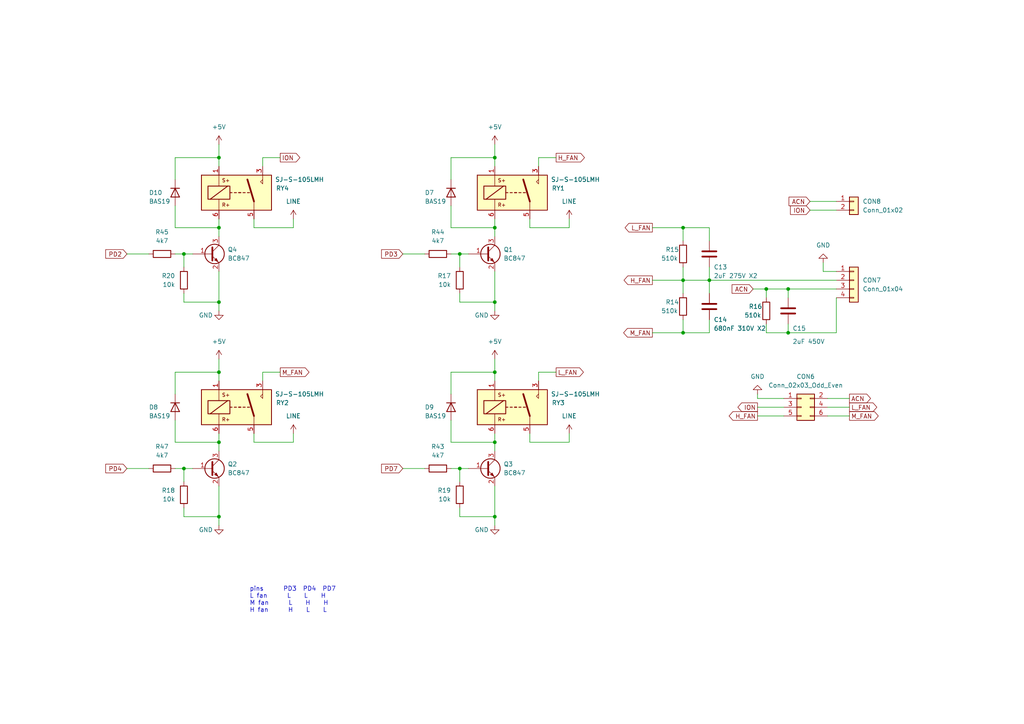
<source format=kicad_sch>
(kicad_sch (version 20211123) (generator eeschema)
  (paper "A4")
  (lib_symbols
    (symbol "Connector_Generic:Conn_01x02" (pin_names (offset 1.016) hide)
      (property "Reference" "J" (at 0 2.54 0))
      (property "Value" "Conn_01x02" (at 0 -5.08 0))
      (symbol "Conn_01x02_1_1"
        (rectangle (start -1.27 -2.413) (end 0 -2.667) (stroke (width 0.1524)))
        (rectangle (start -1.27 0.127) (end 0 -0.127) (stroke (width 0.1524)))
        (rectangle (start -1.27 1.27) (end 1.27 -3.81) (stroke (width 0.254)) (fill (type background)))
        (pin passive line (at -5.08 0 0) (length 3.81) (name "Pin_1") (number "1"))
        (pin passive line (at -5.08 -2.54 0) (length 3.81) (name "Pin_2") (number "2"))
      )
    )
    (symbol "Connector_Generic:Conn_01x04" (pin_names (offset 1.016) hide)
      (property "Reference" "J" (at 0 5.08 0))
      (property "Value" "Conn_01x04" (at 0 -7.62 0))
      (symbol "Conn_01x04_1_1"
        (rectangle (start -1.27 -4.953) (end 0 -5.207) (stroke (width 0.1524)))
        (rectangle (start -1.27 -2.413) (end 0 -2.667) (stroke (width 0.1524)))
        (rectangle (start -1.27 0.127) (end 0 -0.127) (stroke (width 0.1524)))
        (rectangle (start -1.27 2.667) (end 0 2.413) (stroke (width 0.1524)))
        (rectangle (start -1.27 3.81) (end 1.27 -6.35) (stroke (width 0.254)) (fill (type background)))
        (pin passive line (at -5.08 2.54 0) (length 3.81) (name "Pin_1") (number "1"))
        (pin passive line (at -5.08 0 0) (length 3.81) (name "Pin_2") (number "2"))
        (pin passive line (at -5.08 -2.54 0) (length 3.81) (name "Pin_3") (number "3"))
        (pin passive line (at -5.08 -5.08 0) (length 3.81) (name "Pin_4") (number "4"))
      )
    )
    (symbol "Connector_Generic:Conn_02x03_Odd_Even" (pin_names (offset 1.016) hide)
      (property "Reference" "J" (at 1.27 5.08 0))
      (property "Value" "Conn_02x03_Odd_Even" (at 1.27 -5.08 0))
      (symbol "Conn_02x03_Odd_Even_1_1"
        (rectangle (start -1.27 -2.413) (end 0 -2.667) (stroke (width 0.1524)))
        (rectangle (start -1.27 0.127) (end 0 -0.127) (stroke (width 0.1524)))
        (rectangle (start -1.27 2.667) (end 0 2.413) (stroke (width 0.1524)))
        (rectangle (start -1.27 3.81) (end 3.81 -3.81) (stroke (width 0.254)) (fill (type background)))
        (rectangle (start 3.81 -2.413) (end 2.54 -2.667) (stroke (width 0.1524)))
        (rectangle (start 3.81 0.127) (end 2.54 -0.127) (stroke (width 0.1524)))
        (rectangle (start 3.81 2.667) (end 2.54 2.413) (stroke (width 0.1524)))
        (pin passive line (at -5.08 2.54 0) (length 3.81) (name "Pin_1") (number "1"))
        (pin passive line (at 7.62 2.54 180) (length 3.81) (name "Pin_2") (number "2"))
        (pin passive line (at -5.08 0 0) (length 3.81) (name "Pin_3") (number "3"))
        (pin passive line (at 7.62 0 180) (length 3.81) (name "Pin_4") (number "4"))
        (pin passive line (at -5.08 -2.54 0) (length 3.81) (name "Pin_5") (number "5"))
        (pin passive line (at 7.62 -2.54 180) (length 3.81) (name "Pin_6") (number "6"))
      )
    )
    (symbol "Device:C" (pin_numbers hide) (pin_names (offset 0.254))
      (property "Reference" "C" (at 0.635 2.54 0))
      (property "Value" "C" (at 0.635 -2.54 0))
      (symbol "C_0_1"
        (polyline (pts (xy -2.032 -0.762) (xy 2.032 -0.762)) (stroke (width 0.508)))
        (polyline (pts (xy -2.032 0.762) (xy 2.032 0.762)) (stroke (width 0.508)))
      )
      (symbol "C_1_1"
        (pin passive line (at 0 3.81 270) (length 2.794) (name "~") (number "1"))
        (pin passive line (at 0 -3.81 90) (length 2.794) (name "~") (number "2"))
      )
    )
    (symbol "Device:R" (pin_numbers hide) (pin_names (offset 0))
      (property "Reference" "R" (at 2.032 0 90))
      (property "Value" "R" (at 0 0 90))
      (symbol "R_0_1"
        (rectangle (start -1.016 -2.54) (end 1.016 2.54) (stroke (width 0.254)))
      )
      (symbol "R_1_1"
        (pin passive line (at 0 3.81 270) (length 1.27) (name "~") (number "1"))
        (pin passive line (at 0 -3.81 90) (length 1.27) (name "~") (number "2"))
      )
    )
    (symbol "Diode:BAS19" (pin_numbers hide) (pin_names hide)
      (property "Reference" "D" (at 0 2.54 0))
      (property "Value" "BAS19" (at 0 -2.54 0))
      (symbol "BAS19_0_1"
        (polyline (pts (xy -1.27 1.27) (xy -1.27 -1.27)) (stroke (width 0.254)))
        (polyline (pts (xy 1.27 0) (xy -1.27 0)))
        (polyline (pts (xy 1.27 1.27) (xy 1.27 -1.27) (xy -1.27 0) (xy 1.27 1.27)) (stroke (width 0.254)))
      )
      (symbol "BAS19_1_1"
        (pin passive line (at 3.81 0 180) (length 2.54) (name "A") (number "1"))
        (pin no_connect line (at -1.27 0 0) (length 2.54) hide (name "NC") (number "2"))
        (pin passive line (at -3.81 0 0) (length 2.54) (name "K") (number "3"))
      )
    )
    (symbol "Relay:ADW11"
      (property "Reference" "K" (at 11.43 3.81 0))
      (property "Value" "ADW11" (at 13.97 1.27 0))
      (symbol "ADW11_1_1"
        (rectangle (start -10.16 5.08) (end 10.16 -5.08) (stroke (width 0.254)) (fill (type background)))
        (rectangle (start -8.255 1.905) (end -1.905 -1.905) (stroke (width 0.254)))
        (polyline (pts (xy -7.62 -1.905) (xy -2.54 1.905)) (stroke (width 0.254)))
        (polyline (pts (xy -5.08 -5.08) (xy -5.08 -1.905)))
        (polyline (pts (xy -5.08 5.08) (xy -5.08 1.905)))
        (polyline (pts (xy -1.905 0) (xy -1.27 0)) (stroke (width 0.254)))
        (polyline (pts (xy -0.635 0) (xy 0 0)) (stroke (width 0.254)))
        (polyline (pts (xy 0.635 0) (xy 1.27 0)) (stroke (width 0.254)))
        (polyline (pts (xy 0.635 0) (xy 1.27 0)) (stroke (width 0.254)))
        (polyline (pts (xy 1.905 0) (xy 2.54 0)) (stroke (width 0.254)))
        (polyline (pts (xy 3.175 0) (xy 3.81 0)) (stroke (width 0.254)))
        (polyline (pts (xy 5.08 -2.54) (xy 3.175 3.81)) (stroke (width 0.508)))
        (polyline (pts (xy 5.08 -2.54) (xy 5.08 -5.08)))
        (polyline (pts (xy 7.62 3.81) (xy 7.62 5.08)))
        (polyline (pts (xy 7.62 3.81) (xy 7.62 2.54) (xy 6.985 3.175) (xy 7.62 3.81)))
        (text "R+" (at -3.048 -3.556 0) (effects (font (size 1.016 1.016))))
        (text "S+" (at -3.048 3.556 0) (effects (font (size 1.016 1.016))))
        (pin passive line (at -5.08 7.62 270) (length 2.54) (name "~") (number "1"))
        (pin passive line (at 7.62 7.62 270) (length 2.54) (name "~") (number "3"))
        (pin passive line (at 5.08 -7.62 90) (length 2.54) (name "~") (number "5"))
        (pin passive line (at -5.08 -7.62 90) (length 2.54) (name "~") (number "6"))
      )
    )
    (symbol "Transistor_BJT:BC847" (pin_names (offset 0) hide)
      (property "Reference" "Q" (at 5.08 1.905 0))
      (property "Value" "BC847" (at 5.08 0 0))
      (symbol "BC847_0_1"
        (polyline (pts (xy 0.635 0.635) (xy 2.54 2.54)))
        (polyline (pts (xy 0.635 -0.635) (xy 2.54 -2.54) (xy 2.54 -2.54)))
        (polyline (pts (xy 0.635 1.905) (xy 0.635 -1.905) (xy 0.635 -1.905)) (stroke (width 0.508)))
        (polyline (pts (xy 1.27 -1.778) (xy 1.778 -1.27) (xy 2.286 -2.286) (xy 1.27 -1.778) (xy 1.27 -1.778)) (fill (type outline)))
        (circle (center 1.27 0) (radius 2.8194) (stroke (width 0.254)))
      )
      (symbol "BC847_1_1"
        (pin input line (at -5.08 0 0) (length 5.715) (name "B") (number "1"))
        (pin passive line (at 2.54 -5.08 90) (length 2.54) (name "E") (number "2"))
        (pin passive line (at 2.54 5.08 270) (length 2.54) (name "C") (number "3"))
      )
    )
    (symbol "power:+5V" (power) (pin_names (offset 0))
      (property "Value" "+5V" (at 0 3.556 0))
      (symbol "+5V_0_1"
        (polyline (pts (xy -0.762 1.27) (xy 0 2.54)))
        (polyline (pts (xy 0 0) (xy 0 2.54)))
        (polyline (pts (xy 0 2.54) (xy 0.762 1.27)))
      )
      (symbol "+5V_1_1"
        (pin power_in line (at 0 0 90) (length 0) hide (name "+5V") (number "1"))
      )
    )
    (symbol "power:GND" (power) (pin_names (offset 0))
      (property "Value" "GND" (at 0 -3.81 0))
      (symbol "GND_0_1"
        (polyline (pts (xy 0 0) (xy 0 -1.27) (xy 1.27 -1.27) (xy 0 -2.54) (xy -1.27 -1.27) (xy 0 -1.27)))
      )
      (symbol "GND_1_1"
        (pin power_in line (at 0 0 270) (length 0) hide (name "GND") (number "1"))
      )
    )
    (symbol "power:LINE" (power) (pin_names (offset 0))
      (property "Value" "LINE" (at 0 3.81 0))
      (symbol "LINE_0_1"
        (polyline (pts (xy -0.762 1.27) (xy 0 2.54)))
        (polyline (pts (xy 0 0) (xy 0 2.54)))
        (polyline (pts (xy 0 2.54) (xy 0.762 1.27)))
      )
      (symbol "LINE_1_1"
        (pin power_in line (at 0 0 90) (length 0) hide (name "LINE") (number "1"))
      )
    )
  )
  (junction (at 143.51 149.86))
  (junction (at 53.34 135.89))
  (junction (at 63.5 45.72))
  (junction (at 205.74 81.28))
  (junction (at 133.35 135.89))
  (junction (at 133.35 73.66))
  (junction (at 222.25 83.82))
  (junction (at 63.5 149.86))
  (junction (at 143.51 45.72))
  (junction (at 198.12 66.04))
  (junction (at 198.12 81.28))
  (junction (at 63.5 107.95))
  (junction (at 143.51 128.27))
  (junction (at 143.51 66.04))
  (junction (at 143.51 87.63))
  (junction (at 53.34 73.66))
  (junction (at 63.5 128.27))
  (junction (at 198.12 96.52))
  (junction (at 143.51 107.95))
  (junction (at 228.6 96.52))
  (junction (at 63.5 66.04))
  (junction (at 63.5 87.63))
  (junction (at 228.6 83.82))
  (wire (pts (xy 36.83 73.66) (xy 43.18 73.66)))
  (wire (pts (xy 53.34 87.63) (xy 63.5 87.63)))
  (wire (pts (xy 198.12 81.28) (xy 205.74 81.28)))
  (wire (pts (xy 130.81 66.04) (xy 143.51 66.04)))
  (wire (pts (xy 153.67 125.73) (xy 153.67 128.27)))
  (wire (pts (xy 238.76 78.74) (xy 242.57 78.74)))
  (wire (pts (xy 143.51 45.72) (xy 130.81 45.72)))
  (wire (pts (xy 63.5 125.73) (xy 63.5 128.27)))
  (wire (pts (xy 143.51 45.72) (xy 143.51 48.26)))
  (wire (pts (xy 205.74 66.04) (xy 205.74 69.85)))
  (wire (pts (xy 50.8 45.72) (xy 50.8 52.07)))
  (wire (pts (xy 161.29 45.72) (xy 156.21 45.72)))
  (wire (pts (xy 130.81 73.66) (xy 133.35 73.66)))
  (wire (pts (xy 133.35 149.86) (xy 143.51 149.86)))
  (wire (pts (xy 219.71 114.3) (xy 219.71 115.57)))
  (wire (pts (xy 130.81 107.95) (xy 130.81 114.3)))
  (wire (pts (xy 73.66 125.73) (xy 73.66 128.27)))
  (wire (pts (xy 50.8 59.69) (xy 50.8 66.04)))
  (wire (pts (xy 36.83 135.89) (xy 43.18 135.89)))
  (wire (pts (xy 222.25 93.98) (xy 222.25 96.52)))
  (wire (pts (xy 153.67 128.27) (xy 165.1 128.27)))
  (wire (pts (xy 205.74 81.28) (xy 205.74 85.09)))
  (wire (pts (xy 198.12 66.04) (xy 205.74 66.04)))
  (wire (pts (xy 198.12 77.47) (xy 198.12 81.28)))
  (wire (pts (xy 143.51 125.73) (xy 143.51 128.27)))
  (wire (pts (xy 198.12 81.28) (xy 198.12 85.09)))
  (wire (pts (xy 63.5 66.04) (xy 63.5 68.58)))
  (wire (pts (xy 76.2 107.95) (xy 76.2 110.49)))
  (wire (pts (xy 240.03 118.11) (xy 246.38 118.11)))
  (wire (pts (xy 153.67 63.5) (xy 153.67 66.04)))
  (wire (pts (xy 133.35 73.66) (xy 135.89 73.66)))
  (wire (pts (xy 63.5 41.91) (xy 63.5 45.72)))
  (wire (pts (xy 116.84 73.66) (xy 123.19 73.66)))
  (wire (pts (xy 143.51 128.27) (xy 143.51 130.81)))
  (wire (pts (xy 63.5 149.86) (xy 63.5 152.4)))
  (wire (pts (xy 85.09 128.27) (xy 85.09 125.73)))
  (wire (pts (xy 205.74 77.47) (xy 205.74 81.28)))
  (wire (pts (xy 189.23 96.52) (xy 198.12 96.52)))
  (wire (pts (xy 53.34 85.09) (xy 53.34 87.63)))
  (wire (pts (xy 143.51 63.5) (xy 143.51 66.04)))
  (wire (pts (xy 228.6 96.52) (xy 242.57 96.52)))
  (wire (pts (xy 81.28 45.72) (xy 76.2 45.72)))
  (wire (pts (xy 198.12 92.71) (xy 198.12 96.52)))
  (wire (pts (xy 63.5 140.97) (xy 63.5 149.86)))
  (wire (pts (xy 143.51 78.74) (xy 143.51 87.63)))
  (wire (pts (xy 219.71 120.65) (xy 227.33 120.65)))
  (wire (pts (xy 133.35 73.66) (xy 133.35 77.47)))
  (wire (pts (xy 63.5 45.72) (xy 50.8 45.72)))
  (wire (pts (xy 53.34 73.66) (xy 55.88 73.66)))
  (wire (pts (xy 73.66 63.5) (xy 73.66 66.04)))
  (wire (pts (xy 130.81 45.72) (xy 130.81 52.07)))
  (wire (pts (xy 53.34 147.32) (xy 53.34 149.86)))
  (wire (pts (xy 240.03 115.57) (xy 246.38 115.57)))
  (wire (pts (xy 133.35 135.89) (xy 133.35 139.7)))
  (wire (pts (xy 161.29 107.95) (xy 156.21 107.95)))
  (wire (pts (xy 85.09 66.04) (xy 85.09 63.5)))
  (wire (pts (xy 238.76 76.2) (xy 238.76 78.74)))
  (wire (pts (xy 63.5 107.95) (xy 50.8 107.95)))
  (wire (pts (xy 133.35 87.63) (xy 143.51 87.63)))
  (wire (pts (xy 228.6 83.82) (xy 242.57 83.82)))
  (wire (pts (xy 63.5 78.74) (xy 63.5 87.63)))
  (wire (pts (xy 222.25 83.82) (xy 228.6 83.82)))
  (wire (pts (xy 234.95 58.42) (xy 242.57 58.42)))
  (wire (pts (xy 130.81 128.27) (xy 143.51 128.27)))
  (wire (pts (xy 242.57 96.52) (xy 242.57 86.36)))
  (wire (pts (xy 53.34 73.66) (xy 53.34 77.47)))
  (wire (pts (xy 133.35 135.89) (xy 135.89 135.89)))
  (wire (pts (xy 228.6 93.98) (xy 228.6 96.52)))
  (wire (pts (xy 234.95 60.96) (xy 242.57 60.96)))
  (wire (pts (xy 53.34 135.89) (xy 53.34 139.7)))
  (wire (pts (xy 228.6 83.82) (xy 228.6 86.36)))
  (wire (pts (xy 165.1 128.27) (xy 165.1 125.73)))
  (wire (pts (xy 133.35 85.09) (xy 133.35 87.63)))
  (wire (pts (xy 130.81 121.92) (xy 130.81 128.27)))
  (wire (pts (xy 189.23 66.04) (xy 198.12 66.04)))
  (wire (pts (xy 53.34 135.89) (xy 55.88 135.89)))
  (wire (pts (xy 63.5 104.14) (xy 63.5 107.95)))
  (wire (pts (xy 222.25 83.82) (xy 222.25 86.36)))
  (wire (pts (xy 143.51 104.14) (xy 143.51 107.95)))
  (wire (pts (xy 219.71 115.57) (xy 227.33 115.57)))
  (wire (pts (xy 189.23 81.28) (xy 198.12 81.28)))
  (wire (pts (xy 133.35 147.32) (xy 133.35 149.86)))
  (wire (pts (xy 240.03 120.65) (xy 246.38 120.65)))
  (wire (pts (xy 143.51 66.04) (xy 143.51 68.58)))
  (wire (pts (xy 63.5 128.27) (xy 63.5 130.81)))
  (wire (pts (xy 76.2 45.72) (xy 76.2 48.26)))
  (wire (pts (xy 50.8 128.27) (xy 63.5 128.27)))
  (wire (pts (xy 143.51 140.97) (xy 143.51 149.86)))
  (wire (pts (xy 143.51 87.63) (xy 143.51 90.17)))
  (wire (pts (xy 198.12 66.04) (xy 198.12 69.85)))
  (wire (pts (xy 63.5 63.5) (xy 63.5 66.04)))
  (wire (pts (xy 116.84 135.89) (xy 123.19 135.89)))
  (wire (pts (xy 165.1 66.04) (xy 165.1 63.5)))
  (wire (pts (xy 130.81 59.69) (xy 130.81 66.04)))
  (wire (pts (xy 63.5 45.72) (xy 63.5 48.26)))
  (wire (pts (xy 53.34 149.86) (xy 63.5 149.86)))
  (wire (pts (xy 198.12 96.52) (xy 205.74 96.52)))
  (wire (pts (xy 81.28 107.95) (xy 76.2 107.95)))
  (wire (pts (xy 143.51 107.95) (xy 130.81 107.95)))
  (wire (pts (xy 153.67 66.04) (xy 165.1 66.04)))
  (wire (pts (xy 50.8 135.89) (xy 53.34 135.89)))
  (wire (pts (xy 205.74 96.52) (xy 205.74 92.71)))
  (wire (pts (xy 63.5 87.63) (xy 63.5 90.17)))
  (wire (pts (xy 205.74 81.28) (xy 242.57 81.28)))
  (wire (pts (xy 130.81 135.89) (xy 133.35 135.89)))
  (wire (pts (xy 218.44 83.82) (xy 222.25 83.82)))
  (wire (pts (xy 73.66 128.27) (xy 85.09 128.27)))
  (wire (pts (xy 50.8 73.66) (xy 53.34 73.66)))
  (wire (pts (xy 73.66 66.04) (xy 85.09 66.04)))
  (wire (pts (xy 50.8 121.92) (xy 50.8 128.27)))
  (wire (pts (xy 219.71 118.11) (xy 227.33 118.11)))
  (wire (pts (xy 156.21 45.72) (xy 156.21 48.26)))
  (wire (pts (xy 50.8 107.95) (xy 50.8 114.3)))
  (wire (pts (xy 143.51 107.95) (xy 143.51 110.49)))
  (wire (pts (xy 143.51 41.91) (xy 143.51 45.72)))
  (wire (pts (xy 222.25 96.52) (xy 228.6 96.52)))
  (wire (pts (xy 143.51 149.86) (xy 143.51 152.4)))
  (wire (pts (xy 63.5 107.95) (xy 63.5 110.49)))
  (wire (pts (xy 156.21 107.95) (xy 156.21 110.49)))
  (wire (pts (xy 50.8 66.04) (xy 63.5 66.04)))
  (text "pins      PD3  PD4  PD7\nL fan      L    L    H\nM fan      L    H    H\nH fan      H    L    L" (at 72.39 177.8 0) (effects (font (size 1.27 1.27)) (justify left bottom)))
  (global_label "M_FAN" (shape output) (at 246.38 120.65 0) (property "Intersheet References" "${INTERSHEET_REFS}" (effects hide)))
  (global_label "PD7" (shape input) (at 116.84 135.89 180) (property "Intersheet References" "${INTERSHEET_REFS}" (effects hide)))
  (global_label "PD2" (shape input) (at 36.83 73.66 180) (property "Intersheet References" "${INTERSHEET_REFS}" (effects hide)))
  (global_label "ACN" (shape output) (at 246.38 115.57 0) (property "Intersheet References" "${INTERSHEET_REFS}" (effects hide)))
  (global_label "M_FAN" (shape output) (at 81.28 107.95 0) (property "Intersheet References" "${INTERSHEET_REFS}" (effects hide)))
  (global_label "L_FAN" (shape output) (at 246.38 118.11 0) (property "Intersheet References" "${INTERSHEET_REFS}" (effects hide)))
  (global_label "L_FAN" (shape output) (at 161.29 107.95 0) (property "Intersheet References" "${INTERSHEET_REFS}" (effects hide)))
  (global_label "M_FAN" (shape output) (at 189.23 96.52 180) (property "Intersheet References" "${INTERSHEET_REFS}" (effects hide)))
  (global_label "L_FAN" (shape output) (at 189.23 66.04 180) (property "Intersheet References" "${INTERSHEET_REFS}" (effects hide)))
  (global_label "ION" (shape output) (at 81.28 45.72 0) (property "Intersheet References" "${INTERSHEET_REFS}" (effects hide)))
  (global_label "H_FAN" (shape output) (at 189.23 81.28 180) (property "Intersheet References" "${INTERSHEET_REFS}" (effects hide)))
  (global_label "ION" (shape output) (at 219.71 118.11 180) (property "Intersheet References" "${INTERSHEET_REFS}" (effects hide)))
  (global_label "H_FAN" (shape output) (at 219.71 120.65 180) (property "Intersheet References" "${INTERSHEET_REFS}" (effects hide)))
  (global_label "PD3" (shape input) (at 116.84 73.66 180) (property "Intersheet References" "${INTERSHEET_REFS}" (effects hide)))
  (global_label "H_FAN" (shape output) (at 161.29 45.72 0) (property "Intersheet References" "${INTERSHEET_REFS}" (effects hide)))
  (global_label "PD4" (shape input) (at 36.83 135.89 180) (property "Intersheet References" "${INTERSHEET_REFS}" (effects hide)))
  (global_label "ACN" (shape input) (at 234.95 58.42 180) (property "Intersheet References" "${INTERSHEET_REFS}" (effects hide)))
  (global_label "ION" (shape input) (at 234.95 60.96 180) (property "Intersheet References" "${INTERSHEET_REFS}" (effects hide)))
  (global_label "ACN" (shape input) (at 218.44 83.82 180) (property "Intersheet References" "${INTERSHEET_REFS}" (effects hide)))
  (symbol (lib_id "Device:R") (at 133.35 143.51 0) (mirror y) (unit 1)
    (property "Reference" "R19" (at 130.81 142.24 0) (effects (justify left)))
    (property "Value" "10k" (at 130.81 144.78 0) (effects (justify left)))
    (property "Footprint" "Resistor_SMD:R_0805_2012Metric" (effects hide))
  )
  (symbol (lib_id "Device:R") (at 46.99 135.89 90) (mirror x) (unit 1)
    (property "Reference" "R47" (at 46.99 129.54 90))
    (property "Value" "4k7" (at 46.99 132.08 90))
    (property "Footprint" "Resistor_SMD:R_0805_2012Metric" (effects hide))
  )
  (symbol (lib_id "Relay:ADW11") (at 148.59 55.88 0) (unit 1)
    (property "Reference" "RY1" (at 163.83 54.61 0) (effects (justify right)))
    (property "Value" "SJ-S-105LMH" (at 173.99 52.07 0) (effects (justify right)))
    (property "Footprint" "Relay_THT:Relay_1P1T_NO_10x24x18.8mm_Panasonic_ADW11xxxxW_THT" (effects hide))
    (property "Datasheet" "https://www.panasonic-electric-works.com/pew/es/downloads/ds_dw_hl_en.pdf" (effects hide))
  )
  (symbol (lib_id "Device:R") (at 222.25 90.17 0) (unit 1)
    (property "Reference" "R16" (at 217.17 88.9 0) (effects (justify left)))
    (property "Value" "510k" (at 215.9 91.44 0) (effects (justify left)))
  )
  (symbol (lib_id "Connector_Generic:Conn_01x02") (at 247.65 58.42 0) (unit 1)
    (property "Reference" "CON8" (at 250.19 58.4199 0) (effects (justify left)))
    (property "Value" "Conn_01x02" (at 250.19 60.9599 0) (effects (justify left)))
  )
  (symbol (lib_id "Device:R") (at 53.34 143.51 0) (mirror y) (unit 1)
    (property "Reference" "R18" (at 50.8 142.24 0) (effects (justify left)))
    (property "Value" "10k" (at 50.8 144.78 0) (effects (justify left)))
    (property "Footprint" "Resistor_SMD:R_0805_2012Metric" (effects hide))
  )
  (symbol (lib_id "power:+5V") (at 63.5 104.14 0) (unit 1)
    (property "Reference" "#PWR?" (effects hide))
    (property "Value" "+5V" (at 63.5 99.06 0))
  )
  (symbol (lib_id "power:+5V") (at 63.5 41.91 0) (unit 1)
    (property "Reference" "#PWR?" (effects hide))
    (property "Value" "+5V" (at 63.5 36.83 0))
  )
  (symbol (lib_id "power:GND") (at 143.51 152.4 0) (mirror y) (unit 1)
    (property "Reference" "#PWR?" (effects hide))
    (property "Value" "GND" (at 139.7 153.67 0))
  )
  (symbol (lib_id "Device:R") (at 46.99 73.66 90) (mirror x) (unit 1)
    (property "Reference" "R45" (at 46.99 67.31 90))
    (property "Value" "4k7" (at 46.99 69.85 90))
    (property "Footprint" "Resistor_SMD:R_0805_2012Metric" (effects hide))
  )
  (symbol (lib_id "Diode:BAS19") (at 130.81 118.11 270) (unit 1)
    (property "Reference" "D9" (at 123.19 118.11 90) (effects (justify left)))
    (property "Value" "BAS19" (at 123.19 120.65 90) (effects (justify left)))
    (property "Footprint" "Package_TO_SOT_SMD:SOT-23" (effects hide))
    (property "Datasheet" "https://www.diodes.com/assets/Datasheets/Ds12004.pdf" (effects hide))
  )
  (symbol (lib_id "Connector_Generic:Conn_02x03_Odd_Even") (at 232.41 118.11 0) (unit 1)
    (property "Reference" "CON6" (at 233.68 109.22 0))
    (property "Value" "Conn_02x03_Odd_Even" (at 233.68 111.76 0))
  )
  (symbol (lib_id "Transistor_BJT:BC847") (at 60.96 135.89 0) (unit 1)
    (property "Reference" "Q2" (at 66.04 134.6199 0) (effects (justify left)))
    (property "Value" "BC847" (at 66.04 137.1599 0) (effects (justify left)))
    (property "Footprint" "Package_TO_SOT_SMD:SOT-23" (effects hide))
    (property "Datasheet" "http://www.infineon.com/dgdl/Infineon-BC847SERIES_BC848SERIES_BC849SERIES_BC850SERIES-DS-v01_01-en.pdf?fileId=db3a304314dca389011541d4630a1657" (effects hide))
  )
  (symbol (lib_id "Diode:BAS19") (at 50.8 55.88 270) (unit 1)
    (property "Reference" "D10" (at 43.18 55.88 90) (effects (justify left)))
    (property "Value" "BAS19" (at 43.18 58.42 90) (effects (justify left)))
    (property "Footprint" "Package_TO_SOT_SMD:SOT-23" (effects hide))
    (property "Datasheet" "https://www.diodes.com/assets/Datasheets/Ds12004.pdf" (effects hide))
  )
  (symbol (lib_id "power:GND") (at 219.71 114.3 180) (unit 1)
    (property "Reference" "#PWR?" (effects hide))
    (property "Value" "GND" (at 219.71 109.22 0))
  )
  (symbol (lib_id "power:LINE") (at 85.09 63.5 0) (unit 1)
    (property "Reference" "#PWR?" (effects hide))
    (property "Value" "LINE" (at 85.09 58.42 0))
  )
  (symbol (lib_id "Relay:ADW11") (at 68.58 55.88 0) (unit 1)
    (property "Reference" "RY4" (at 83.82 54.61 0) (effects (justify right)))
    (property "Value" "SJ-S-105LMH" (at 93.98 52.07 0) (effects (justify right)))
    (property "Footprint" "Relay_THT:Relay_1P1T_NO_10x24x18.8mm_Panasonic_ADW11xxxxW_THT" (effects hide))
    (property "Datasheet" "https://www.panasonic-electric-works.com/pew/es/downloads/ds_dw_hl_en.pdf" (effects hide))
  )
  (symbol (lib_id "Device:R") (at 127 73.66 90) (mirror x) (unit 1)
    (property "Reference" "R44" (at 127 67.31 90))
    (property "Value" "4k7" (at 127 69.85 90))
    (property "Footprint" "Resistor_SMD:R_0805_2012Metric" (effects hide))
  )
  (symbol (lib_id "Device:R") (at 133.35 81.28 0) (mirror y) (unit 1)
    (property "Reference" "R17" (at 130.81 80.01 0) (effects (justify left)))
    (property "Value" "10k" (at 130.81 82.55 0) (effects (justify left)))
    (property "Footprint" "Resistor_SMD:R_0805_2012Metric" (effects hide))
  )
  (symbol (lib_id "power:GND") (at 143.51 90.17 0) (mirror y) (unit 1)
    (property "Reference" "#PWR?" (effects hide))
    (property "Value" "GND" (at 139.7 91.44 0))
  )
  (symbol (lib_id "power:LINE") (at 165.1 125.73 0) (unit 1)
    (property "Reference" "#PWR?" (effects hide))
    (property "Value" "LINE" (at 165.1 120.65 0))
  )
  (symbol (lib_id "Device:C") (at 205.74 73.66 0) (unit 1)
    (property "Reference" "C13" (at 207.01 77.47 0) (effects (justify left)))
    (property "Value" "2uF 275V X2" (at 207.01 80.01 0) (effects (justify left)))
  )
  (symbol (lib_id "Device:C") (at 228.6 90.17 0) (unit 1)
    (property "Reference" "C15" (at 229.87 95.25 0) (effects (justify left)))
    (property "Value" "2uF 450V" (at 229.87 99.06 0) (effects (justify left)))
  )
  (symbol (lib_id "Diode:BAS19") (at 50.8 118.11 270) (unit 1)
    (property "Reference" "D8" (at 43.18 118.11 90) (effects (justify left)))
    (property "Value" "BAS19" (at 43.18 120.65 90) (effects (justify left)))
    (property "Footprint" "Package_TO_SOT_SMD:SOT-23" (effects hide))
    (property "Datasheet" "https://www.diodes.com/assets/Datasheets/Ds12004.pdf" (effects hide))
  )
  (symbol (lib_id "Device:C") (at 205.74 88.9 0) (unit 1)
    (property "Reference" "C14" (at 207.01 92.71 0) (effects (justify left)))
    (property "Value" "680nF 310V X2" (at 207.01 95.25 0) (effects (justify left)))
  )
  (symbol (lib_id "Device:R") (at 198.12 88.9 0) (unit 1)
    (property "Reference" "R14" (at 193.04 87.63 0) (effects (justify left)))
    (property "Value" "510k" (at 191.77 90.17 0) (effects (justify left)))
  )
  (symbol (lib_id "Relay:ADW11") (at 68.58 118.11 0) (unit 1)
    (property "Reference" "RY2" (at 83.82 116.84 0) (effects (justify right)))
    (property "Value" "SJ-S-105LMH" (at 93.98 114.3 0) (effects (justify right)))
    (property "Footprint" "Relay_THT:Relay_1P1T_NO_10x24x18.8mm_Panasonic_ADW11xxxxW_THT" (effects hide))
    (property "Datasheet" "https://www.panasonic-electric-works.com/pew/es/downloads/ds_dw_hl_en.pdf" (effects hide))
  )
  (symbol (lib_id "power:+5V") (at 143.51 41.91 0) (unit 1)
    (property "Reference" "#PWR?" (effects hide))
    (property "Value" "+5V" (at 143.51 36.83 0))
  )
  (symbol (lib_id "Device:R") (at 198.12 73.66 0) (unit 1)
    (property "Reference" "R15" (at 193.04 72.39 0) (effects (justify left)))
    (property "Value" "510k" (at 191.77 74.93 0) (effects (justify left)))
  )
  (symbol (lib_id "power:GND") (at 63.5 152.4 0) (mirror y) (unit 1)
    (property "Reference" "#PWR?" (effects hide))
    (property "Value" "GND" (at 59.69 153.67 0))
  )
  (symbol (lib_id "Transistor_BJT:BC847") (at 60.96 73.66 0) (unit 1)
    (property "Reference" "Q4" (at 66.04 72.3899 0) (effects (justify left)))
    (property "Value" "BC847" (at 66.04 74.9299 0) (effects (justify left)))
    (property "Footprint" "Package_TO_SOT_SMD:SOT-23" (effects hide))
    (property "Datasheet" "http://www.infineon.com/dgdl/Infineon-BC847SERIES_BC848SERIES_BC849SERIES_BC850SERIES-DS-v01_01-en.pdf?fileId=db3a304314dca389011541d4630a1657" (effects hide))
  )
  (symbol (lib_id "Device:R") (at 53.34 81.28 0) (mirror y) (unit 1)
    (property "Reference" "R20" (at 50.8 80.01 0) (effects (justify left)))
    (property "Value" "10k" (at 50.8 82.55 0) (effects (justify left)))
    (property "Footprint" "Resistor_SMD:R_0805_2012Metric" (effects hide))
  )
  (symbol (lib_id "Transistor_BJT:BC847") (at 140.97 135.89 0) (unit 1)
    (property "Reference" "Q3" (at 146.05 134.6199 0) (effects (justify left)))
    (property "Value" "BC847" (at 146.05 137.1599 0) (effects (justify left)))
    (property "Footprint" "Package_TO_SOT_SMD:SOT-23" (effects hide))
    (property "Datasheet" "http://www.infineon.com/dgdl/Infineon-BC847SERIES_BC848SERIES_BC849SERIES_BC850SERIES-DS-v01_01-en.pdf?fileId=db3a304314dca389011541d4630a1657" (effects hide))
  )
  (symbol (lib_id "Diode:BAS19") (at 130.81 55.88 270) (unit 1)
    (property "Reference" "D7" (at 123.19 55.88 90) (effects (justify left)))
    (property "Value" "BAS19" (at 123.19 58.42 90) (effects (justify left)))
    (property "Footprint" "Package_TO_SOT_SMD:SOT-23" (effects hide))
    (property "Datasheet" "https://www.diodes.com/assets/Datasheets/Ds12004.pdf" (effects hide))
  )
  (symbol (lib_id "power:GND") (at 63.5 90.17 0) (mirror y) (unit 1)
    (property "Reference" "#PWR?" (effects hide))
    (property "Value" "GND" (at 59.69 91.44 0))
  )
  (symbol (lib_id "power:LINE") (at 165.1 63.5 0) (unit 1)
    (property "Reference" "#PWR?" (effects hide))
    (property "Value" "LINE" (at 165.1 58.42 0))
  )
  (symbol (lib_id "power:+5V") (at 143.51 104.14 0) (unit 1)
    (property "Reference" "#PWR?" (effects hide))
    (property "Value" "+5V" (at 143.51 99.06 0))
  )
  (symbol (lib_id "power:GND") (at 238.76 76.2 180) (unit 1)
    (property "Reference" "#PWR?" (effects hide))
    (property "Value" "GND" (at 238.76 71.12 0))
  )
  (symbol (lib_id "Connector_Generic:Conn_01x04") (at 247.65 81.28 0) (unit 1)
    (property "Reference" "CON7" (at 250.19 81.2799 0) (effects (justify left)))
    (property "Value" "Conn_01x04" (at 250.19 83.8199 0) (effects (justify left)))
  )
  (symbol (lib_id "Transistor_BJT:BC847") (at 140.97 73.66 0) (unit 1)
    (property "Reference" "Q1" (at 146.05 72.3899 0) (effects (justify left)))
    (property "Value" "BC847" (at 146.05 74.9299 0) (effects (justify left)))
    (property "Footprint" "Package_TO_SOT_SMD:SOT-23" (effects hide))
    (property "Datasheet" "http://www.infineon.com/dgdl/Infineon-BC847SERIES_BC848SERIES_BC849SERIES_BC850SERIES-DS-v01_01-en.pdf?fileId=db3a304314dca389011541d4630a1657" (effects hide))
  )
  (symbol (lib_id "power:LINE") (at 85.09 125.73 0) (unit 1)
    (property "Reference" "#PWR?" (effects hide))
    (property "Value" "LINE" (at 85.09 120.65 0))
  )
  (symbol (lib_id "Relay:ADW11") (at 148.59 118.11 0) (unit 1)
    (property "Reference" "RY3" (at 163.83 116.84 0) (effects (justify right)))
    (property "Value" "SJ-S-105LMH" (at 173.99 114.3 0) (effects (justify right)))
    (property "Footprint" "Relay_THT:Relay_1P1T_NO_10x24x18.8mm_Panasonic_ADW11xxxxW_THT" (effects hide))
    (property "Datasheet" "https://www.panasonic-electric-works.com/pew/es/downloads/ds_dw_hl_en.pdf" (effects hide))
  )
  (symbol (lib_id "Device:R") (at 127 135.89 90) (mirror x) (unit 1)
    (property "Reference" "R43" (at 127 129.54 90))
    (property "Value" "4k7" (at 127 132.08 90))
    (property "Footprint" "Resistor_SMD:R_0805_2012Metric" (effects hide))
  )
)
</source>
